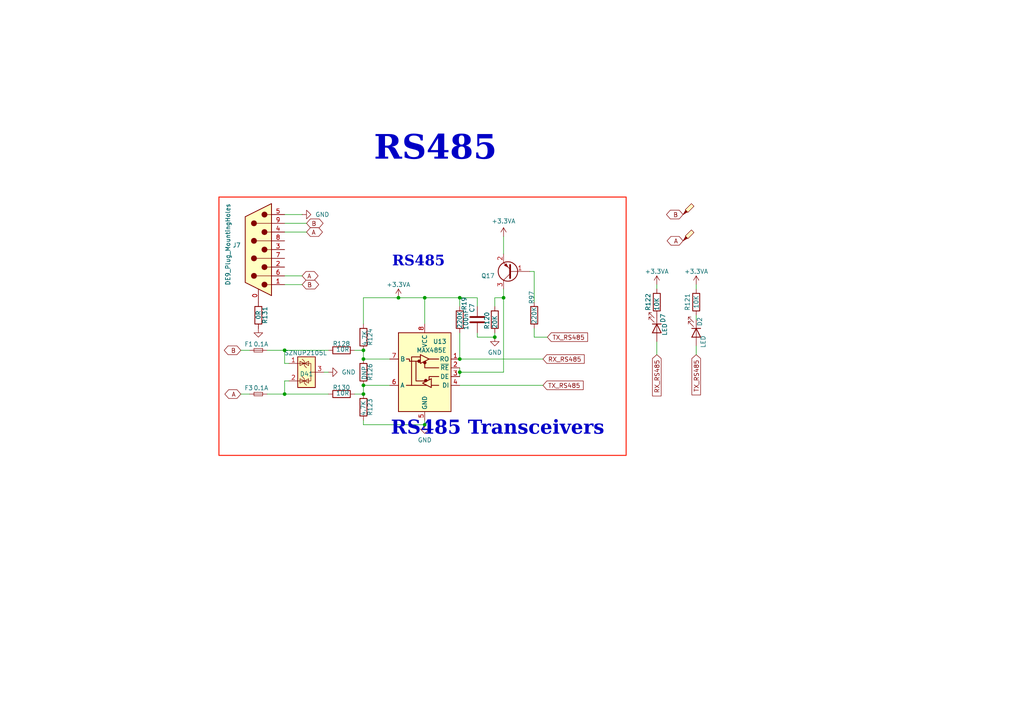
<source format=kicad_sch>
(kicad_sch (version 20231120) (generator "eeschema") (generator_version "8.0")
  (paper "A4")
  (lib_symbols
    (symbol "Connector:DE9_Plug_MountingHoles" (pin_names (offset 1.016) hide)
      (property "Reference" "J" (at 0 16.51 0))
      (property "Value" "DE9_Plug_MountingHoles" (at 0 14.605 0))
      (symbol "DE9_Plug_MountingHoles_0_1"
        (circle (center -1.778 -10.16) (radius 0.762) (fill (type outline)))
        (circle (center -1.778 -5.08) (radius 0.762) (fill (type outline)))
        (circle (center -1.778 0) (radius 0.762) (fill (type outline)))
        (circle (center -1.778 5.08) (radius 0.762) (fill (type outline)))
        (circle (center -1.778 10.16) (radius 0.762) (fill (type outline)))
        (polyline (pts (xy -3.81 -10.16) (xy -2.54 -10.16)))
        (polyline (pts (xy -3.81 -7.62) (xy 0.508 -7.62)))
        (polyline (pts (xy -3.81 -5.08) (xy -2.54 -5.08)))
        (polyline (pts (xy -3.81 -2.54) (xy 0.508 -2.54)))
        (polyline (pts (xy -3.81 0) (xy -2.54 0)))
        (polyline (pts (xy -3.81 2.54) (xy 0.508 2.54)))
        (polyline (pts (xy -3.81 5.08) (xy -2.54 5.08)))
        (polyline (pts (xy -3.81 7.62) (xy 0.508 7.62)))
        (polyline (pts (xy -3.81 10.16) (xy -2.54 10.16)))
        (polyline (pts (xy -3.81 -13.335) (xy -3.81 13.335) (xy 3.81 9.525) (xy 3.81 -9.525) (xy -3.81 -13.335)) (stroke (width 0.254)) (fill (type background)))
        (circle (center 1.27 -7.62) (radius 0.762) (fill (type outline)))
        (circle (center 1.27 -2.54) (radius 0.762) (fill (type outline)))
        (circle (center 1.27 2.54) (radius 0.762) (fill (type outline)))
        (circle (center 1.27 7.62) (radius 0.762) (fill (type outline)))
      )
      (symbol "DE9_Plug_MountingHoles_1_1"
        (pin passive line (at 0 -15.24 90) (length 3.81) (name "PAD") (number "0"))
        (pin passive line (at -7.62 -10.16 0) (length 3.81) (name "1") (number "1"))
        (pin passive line (at -7.62 -5.08 0) (length 3.81) (name "2") (number "2"))
        (pin passive line (at -7.62 0 0) (length 3.81) (name "3") (number "3"))
        (pin passive line (at -7.62 5.08 0) (length 3.81) (name "4") (number "4"))
        (pin passive line (at -7.62 10.16 0) (length 3.81) (name "5") (number "5"))
        (pin passive line (at -7.62 -7.62 0) (length 3.81) (name "6") (number "6"))
        (pin passive line (at -7.62 -2.54 0) (length 3.81) (name "7") (number "7"))
        (pin passive line (at -7.62 2.54 0) (length 3.81) (name "8") (number "8"))
        (pin passive line (at -7.62 7.62 0) (length 3.81) (name "9") (number "9"))
      )
    )
    (symbol "Connector:TestPoint_Probe" (pin_numbers hide) (pin_names (offset 0.762) hide)
      (property "Reference" "TP" (at 1.651 5.842 0))
      (property "Value" "TestPoint_Probe" (at 1.651 4.064 0))
      (symbol "TestPoint_Probe_0_1"
        (polyline (pts (xy 1.27 0.762) (xy 0 0) (xy 0.762 1.27) (xy 1.27 0.762)) (fill (type outline)))
        (polyline (pts (xy 1.397 0.635) (xy 0.635 1.397) (xy 2.413 3.175) (xy 3.175 2.413) (xy 1.397 0.635)) (fill (type background)))
      )
      (symbol "TestPoint_Probe_1_1"
        (pin passive line (at 0 0 90) (length 0) (name "1") (number "1"))
      )
    )
    (symbol "Device:C" (pin_numbers hide) (pin_names (offset 0.254))
      (property "Reference" "C" (at 0.635 2.54 0))
      (property "Value" "C" (at 0.635 -2.54 0))
      (symbol "C_0_1"
        (polyline (pts (xy -2.032 -0.762) (xy 2.032 -0.762)) (stroke (width 0.508)))
        (polyline (pts (xy -2.032 0.762) (xy 2.032 0.762)) (stroke (width 0.508)))
      )
      (symbol "C_1_1"
        (pin passive line (at 0 3.81 270) (length 2.794) (name "~") (number "1"))
        (pin passive line (at 0 -3.81 90) (length 2.794) (name "~") (number "2"))
      )
    )
    (symbol "Device:Fuse_Small" (pin_numbers hide) (pin_names (offset 0.254) hide)
      (property "Reference" "F" (at 0 -1.524 0))
      (property "Value" "Fuse_Small" (at 0 1.524 0))
      (symbol "Fuse_Small_0_1"
        (rectangle (start -1.27 0.508) (end 1.27 -0.508))
        (polyline (pts (xy -1.27 0) (xy 1.27 0)))
      )
      (symbol "Fuse_Small_1_1"
        (pin passive line (at -2.54 0 0) (length 1.27) (name "~") (number "1"))
        (pin passive line (at 2.54 0 180) (length 1.27) (name "~") (number "2"))
      )
    )
    (symbol "Device:LED" (pin_numbers hide) (pin_names (offset 1.016) hide)
      (property "Reference" "D" (at 0 2.54 0))
      (property "Value" "LED" (at 0 -2.54 0))
      (symbol "LED_0_1"
        (polyline (pts (xy -1.27 -1.27) (xy -1.27 1.27)) (stroke (width 0.254)))
        (polyline (pts (xy -1.27 0) (xy 1.27 0)))
        (polyline (pts (xy 1.27 -1.27) (xy 1.27 1.27) (xy -1.27 0) (xy 1.27 -1.27)) (stroke (width 0.254)))
        (polyline (pts (xy -3.048 -0.762) (xy -4.572 -2.286) (xy -3.81 -2.286) (xy -4.572 -2.286) (xy -4.572 -1.524)))
        (polyline (pts (xy -1.778 -0.762) (xy -3.302 -2.286) (xy -2.54 -2.286) (xy -3.302 -2.286) (xy -3.302 -1.524)))
      )
      (symbol "LED_1_1"
        (pin passive line (at -3.81 0 0) (length 2.54) (name "K") (number "1"))
        (pin passive line (at 3.81 0 180) (length 2.54) (name "A") (number "2"))
      )
    )
    (symbol "Device:Q_PNP_BEC" (pin_names (offset 0) hide)
      (property "Reference" "Q" (at 5.08 1.27 0))
      (property "Value" "Q_PNP_BEC" (at 5.08 -1.27 0))
      (symbol "Q_PNP_BEC_0_1"
        (polyline (pts (xy 0.635 0.635) (xy 2.54 2.54)))
        (polyline (pts (xy 0.635 -0.635) (xy 2.54 -2.54) (xy 2.54 -2.54)))
        (polyline (pts (xy 0.635 1.905) (xy 0.635 -1.905) (xy 0.635 -1.905)) (stroke (width 0.508)))
        (polyline (pts (xy 2.286 -1.778) (xy 1.778 -2.286) (xy 1.27 -1.27) (xy 2.286 -1.778) (xy 2.286 -1.778)) (fill (type outline)))
        (circle (center 1.27 0) (radius 2.8194) (stroke (width 0.254)))
      )
      (symbol "Q_PNP_BEC_1_1"
        (pin input line (at -5.08 0 0) (length 5.715) (name "B") (number "1"))
        (pin passive line (at 2.54 -5.08 90) (length 2.54) (name "E") (number "2"))
        (pin passive line (at 2.54 5.08 270) (length 2.54) (name "C") (number "3"))
      )
    )
    (symbol "Device:R" (pin_numbers hide) (pin_names (offset 0))
      (property "Reference" "R" (at 2.032 0 90))
      (property "Value" "R" (at 0 0 90))
      (symbol "R_0_1"
        (rectangle (start -1.016 -2.54) (end 1.016 2.54) (stroke (width 0.254)))
      )
      (symbol "R_1_1"
        (pin passive line (at 0 3.81 270) (length 1.27) (name "~") (number "1"))
        (pin passive line (at 0 -3.81 90) (length 1.27) (name "~") (number "2"))
      )
    )
    (symbol "Interface_UART:MAX485E"
      (property "Reference" "U" (at -6.096 11.43 0))
      (property "Value" "MAX485E" (at 0.762 11.43 0))
      (symbol "MAX485E_0_1"
        (rectangle (start -7.62 10.16) (end 7.62 -12.7) (stroke (width 0.254)) (fill (type background)))
        (circle (center -0.3048 -3.683) (radius 0.3556) (stroke (width 0.254)) (fill (type outline)))
        (circle (center -0.0254 1.4986) (radius 0.3556) (stroke (width 0.254)) (fill (type outline)))
        (polyline (pts (xy -4.064 -5.08) (xy -1.905 -5.08)) (stroke (width 0.254)))
        (polyline (pts (xy -4.064 2.54) (xy -1.27 2.54)) (stroke (width 0.254)))
        (polyline (pts (xy -1.27 -3.2004) (xy -1.27 -3.4544)) (stroke (width 0.254)))
        (polyline (pts (xy -0.635 -5.08) (xy 5.334 -5.08)) (stroke (width 0.254)))
        (polyline (pts (xy -4.064 -2.54) (xy -1.27 -2.54) (xy -1.27 -3.175)) (stroke (width 0.254)))
        (polyline (pts (xy 0 1.27) (xy 0 0) (xy -4.064 0)) (stroke (width 0.254)))
        (polyline (pts (xy 1.27 3.175) (xy 3.81 3.175) (xy 3.81 -5.08)) (stroke (width 0.254)))
        (polyline (pts (xy 2.54 1.905) (xy 2.54 -3.81) (xy 0 -3.81)) (stroke (width 0.254)))
        (polyline (pts (xy -1.905 -3.175) (xy -1.905 -5.715) (xy 0.635 -4.445) (xy -1.905 -3.175)) (stroke (width 0.254)))
        (polyline (pts (xy -1.27 2.54) (xy 1.27 3.81) (xy 1.27 1.27) (xy -1.27 2.54)) (stroke (width 0.254)))
        (polyline (pts (xy 1.905 1.905) (xy 4.445 1.905) (xy 4.445 2.54) (xy 5.334 2.54)) (stroke (width 0.254)))
        (rectangle (start 1.27 3.175) (end 1.27 3.175))
        (circle (center 1.651 1.905) (radius 0.3556) (stroke (width 0.254)) (fill (type outline)))
      )
      (symbol "MAX485E_1_1"
        (pin output line (at -10.16 2.54 0) (length 2.54) (name "RO") (number "1"))
        (pin input line (at -10.16 0 0) (length 2.54) (name "~{RE}") (number "2"))
        (pin input line (at -10.16 -2.54 0) (length 2.54) (name "DE") (number "3"))
        (pin input line (at -10.16 -5.08 0) (length 2.54) (name "DI") (number "4"))
        (pin power_in line (at 0 -15.24 90) (length 2.54) (name "GND") (number "5"))
        (pin bidirectional line (at 10.16 -5.08 180) (length 2.54) (name "A") (number "6"))
        (pin bidirectional line (at 10.16 2.54 180) (length 2.54) (name "B") (number "7"))
        (pin power_in line (at 0 12.7 270) (length 2.54) (name "VCC") (number "8"))
      )
    )
    (symbol "Power_Protection:SZNUP2105L" (pin_names hide)
      (property "Reference" "D" (at 5.715 2.54 0))
      (property "Value" "SZNUP2105L" (at 5.715 0.635 0))
      (symbol "SZNUP2105L_0_0"
        (pin passive line (at 0 -5.08 90) (length 2.54) (name "A") (number "3"))
      )
      (symbol "SZNUP2105L_0_1"
        (rectangle (start -4.445 2.54) (end 4.445 -2.54) (stroke (width 0.254)) (fill (type background)))
        (polyline (pts (xy -2.54 2.54) (xy -2.54 0.635)))
        (polyline (pts (xy 0 -1.27) (xy 0 -2.54)))
        (polyline (pts (xy 2.54 2.54) (xy 2.54 0.635)))
        (polyline (pts (xy -3.81 1.27) (xy -3.175 0.635) (xy -1.905 0.635) (xy -1.27 0)))
        (polyline (pts (xy -2.54 0.635) (xy -2.54 -1.27) (xy 2.54 -1.27) (xy 2.54 0.635)))
        (polyline (pts (xy -2.54 0.635) (xy -1.905 -0.635) (xy -3.175 -0.635) (xy -2.54 0.635)))
        (polyline (pts (xy 2.54 0.635) (xy 1.905 -0.635) (xy 3.175 -0.635) (xy 2.54 0.635)))
        (polyline (pts (xy 2.54 0.635) (xy 3.175 1.905) (xy 1.905 1.905) (xy 2.54 0.635)))
        (polyline (pts (xy -2.54 0.635) (xy -3.175 1.905) (xy -1.905 1.905) (xy -2.54 0.635) (xy -2.54 1.27)))
        (polyline (pts (xy 1.27 1.27) (xy 1.905 0.635) (xy 2.54 0.635) (xy 3.175 0.635) (xy 3.81 0)))
      )
      (symbol "SZNUP2105L_1_1"
        (pin passive line (at -2.54 5.08 270) (length 2.54) (name "K") (number "1"))
        (pin passive line (at 2.54 5.08 270) (length 2.54) (name "K") (number "2"))
      )
    )
    (symbol "power:+3.3VA" (power) (pin_names (offset 0))
      (property "Value" "+3.3VA" (at 0 3.556 0))
      (symbol "+3.3VA_0_1"
        (polyline (pts (xy -0.762 1.27) (xy 0 2.54)))
        (polyline (pts (xy 0 0) (xy 0 2.54)))
        (polyline (pts (xy 0 2.54) (xy 0.762 1.27)))
      )
      (symbol "+3.3VA_1_1"
        (pin power_in line (at 0 0 90) (length 0) hide (name "+3.3VA") (number "1"))
      )
    )
    (symbol "power:GND" (power) (pin_numbers hide) (pin_names (offset 0) hide)
      (property "Value" "GND" (at 0 -3.81 0))
      (symbol "GND_0_1"
        (polyline (pts (xy 0 0) (xy 0 -1.27) (xy 1.27 -1.27) (xy 0 -2.54) (xy -1.27 -1.27) (xy 0 -1.27)))
      )
      (symbol "GND_1_1"
        (pin power_in line (at 0 0 270) (length 0) (name "~") (number "1"))
      )
    )
  )
  (junction (at 146.05 86.36))
  (junction (at 123.19 86.36))
  (junction (at 123.19 123.19))
  (junction (at 105.41 111.76))
  (junction (at 133.35 104.14))
  (junction (at 143.51 97.79))
  (junction (at 82.55 101.6))
  (junction (at 105.41 114.3))
  (junction (at 105.41 101.6))
  (junction (at 115.57 86.36))
  (junction (at 133.35 86.36))
  (junction (at 105.41 104.14))
  (junction (at 133.35 107.95))
  (junction (at 82.55 114.3))
  (wire (pts (xy 201.93 92.71) (xy 201.93 91.44)))
  (wire (pts (xy 123.19 86.36) (xy 133.35 86.36)))
  (wire (pts (xy 146.05 107.95) (xy 146.05 86.36)))
  (wire (pts (xy 105.41 111.76) (xy 105.41 114.3)))
  (wire (pts (xy 133.35 106.68) (xy 133.35 107.95)))
  (wire (pts (xy 105.41 121.92) (xy 105.41 123.19)))
  (wire (pts (xy 138.43 86.36) (xy 133.35 86.36)))
  (wire (pts (xy 77.47 101.6) (xy 82.55 101.6)))
  (wire (pts (xy 87.63 62.23) (xy 82.55 62.23)))
  (wire (pts (xy 133.35 86.36) (xy 133.35 88.9)))
  (wire (pts (xy 113.03 111.76) (xy 105.41 111.76)))
  (wire (pts (xy 133.35 111.76) (xy 157.48 111.76)))
  (wire (pts (xy 115.57 86.36) (xy 123.19 86.36)))
  (wire (pts (xy 87.63 82.55) (xy 82.55 82.55)))
  (wire (pts (xy 153.67 78.74) (xy 154.94 78.74)))
  (wire (pts (xy 82.55 110.49) (xy 82.55 114.3)))
  (wire (pts (xy 105.41 123.19) (xy 123.19 123.19)))
  (wire (pts (xy 82.55 101.6) (xy 95.25 101.6)))
  (wire (pts (xy 143.51 86.36) (xy 146.05 86.36)))
  (wire (pts (xy 93.98 107.95) (xy 95.25 107.95)))
  (wire (pts (xy 82.55 105.41) (xy 82.55 101.6)))
  (wire (pts (xy 88.9 64.77) (xy 82.55 64.77)))
  (wire (pts (xy 69.85 114.3) (xy 72.39 114.3)))
  (wire (pts (xy 82.55 114.3) (xy 95.25 114.3)))
  (wire (pts (xy 77.47 114.3) (xy 82.55 114.3)))
  (wire (pts (xy 154.94 78.74) (xy 154.94 87.63)))
  (wire (pts (xy 102.87 114.3) (xy 105.41 114.3)))
  (wire (pts (xy 105.41 101.6) (xy 105.41 104.14)))
  (wire (pts (xy 83.82 110.49) (xy 82.55 110.49)))
  (wire (pts (xy 83.82 105.41) (xy 82.55 105.41)))
  (wire (pts (xy 138.43 96.52) (xy 138.43 97.79)))
  (wire (pts (xy 133.35 107.95) (xy 146.05 107.95)))
  (wire (pts (xy 82.55 80.01) (xy 87.63 80.01)))
  (wire (pts (xy 133.35 104.14) (xy 157.48 104.14)))
  (wire (pts (xy 201.93 102.87) (xy 201.93 100.33)))
  (wire (pts (xy 105.41 86.36) (xy 115.57 86.36)))
  (wire (pts (xy 105.41 86.36) (xy 105.41 93.98)))
  (wire (pts (xy 190.5 102.87) (xy 190.5 99.06)))
  (wire (pts (xy 138.43 97.79) (xy 143.51 97.79)))
  (wire (pts (xy 133.35 96.52) (xy 133.35 104.14)))
  (wire (pts (xy 102.87 101.6) (xy 105.41 101.6)))
  (wire (pts (xy 143.51 96.52) (xy 143.51 97.79)))
  (wire (pts (xy 154.94 97.79) (xy 154.94 95.25)))
  (wire (pts (xy 133.35 107.95) (xy 133.35 109.22)))
  (wire (pts (xy 143.51 86.36) (xy 143.51 88.9)))
  (wire (pts (xy 123.19 86.36) (xy 123.19 93.98)))
  (wire (pts (xy 113.03 104.14) (xy 105.41 104.14)))
  (wire (pts (xy 88.9 67.31) (xy 82.55 67.31)))
  (wire (pts (xy 138.43 88.9) (xy 138.43 86.36)))
  (wire (pts (xy 201.93 82.55) (xy 201.93 83.82)))
  (wire (pts (xy 146.05 68.58) (xy 146.05 73.66)))
  (wire (pts (xy 158.75 97.79) (xy 154.94 97.79)))
  (wire (pts (xy 190.5 82.55) (xy 190.5 83.82)))
  (wire (pts (xy 69.85 101.6) (xy 72.39 101.6)))
  (wire (pts (xy 146.05 83.82) (xy 146.05 86.36)))
  (wire (pts (xy 123.19 123.19) (xy 123.19 121.92)))
  (rectangle (start 63.5 57.15) (end 181.61 132.08) (stroke (width 0.3) (color 255 34 15 1)))
  (text "RS485 Transceivers" (at 175.26 127.762 0) (effects (font (size 4 4) (thickness 0.4) (bold yes)) (justify right bottom)))
  (text "RS485" (at 108.458 49.276 0) (effects (font (size 7 7) (thickness 0.3) (bold yes)) (justify left bottom)))
  (text "RS485" (at 129.032 78.486 0) (effects (font (size 3 3) (thickness 0.4) (bold yes)) (justify right bottom)))
  (global_label "B" (shape bidirectional) (at 198.12 62.23 180) (property "Intersheetrefs" "${INTERSHEET_REFS}" (effects (hide yes))))
  (global_label "B" (shape bidirectional) (at 87.63 82.55 0) (property "Intersheetrefs" "${INTERSHEET_REFS}" (effects (hide yes))))
  (global_label "TX_RS485" (shape input) (at 157.48 111.76 0) (property "Intersheetrefs" "${INTERSHEET_REFS}" (effects (hide yes))))
  (global_label "TX_RS485" (shape input) (at 201.93 102.87 270) (property "Intersheetrefs" "${INTERSHEET_REFS}" (effects (hide yes))))
  (global_label "A" (shape bidirectional) (at 69.85 114.3 180) (property "Intersheetrefs" "${INTERSHEET_REFS}" (effects (hide yes))))
  (global_label "TX_RS485" (shape input) (at 158.75 97.79 0) (property "Intersheetrefs" "${INTERSHEET_REFS}" (effects (hide yes))))
  (global_label "A" (shape bidirectional) (at 88.9 67.31 0) (property "Intersheetrefs" "${INTERSHEET_REFS}" (effects (hide yes))))
  (global_label "B" (shape bidirectional) (at 88.9 64.77 0) (property "Intersheetrefs" "${INTERSHEET_REFS}" (effects (hide yes))))
  (global_label "RX_RS485" (shape input) (at 157.48 104.14 0) (property "Intersheetrefs" "${INTERSHEET_REFS}" (effects (hide yes))))
  (global_label "A" (shape bidirectional) (at 87.63 80.01 0) (property "Intersheetrefs" "${INTERSHEET_REFS}" (effects (hide yes))))
  (global_label "A" (shape bidirectional) (at 198.12 69.85 180) (property "Intersheetrefs" "${INTERSHEET_REFS}" (effects (hide yes))))
  (global_label "RX_RS485" (shape input) (at 190.5 102.87 270) (property "Intersheetrefs" "${INTERSHEET_REFS}" (effects (hide yes))))
  (global_label "B" (shape bidirectional) (at 69.85 101.6 180) (property "Intersheetrefs" "${INTERSHEET_REFS}" (effects (hide yes))))
  (symbol (lib_id "Interface_UART:MAX485E") (at 123.19 106.68 0) (mirror y) (unit 1)
    (property "Reference" "U13" (at 129.54 99.06 0) (effects (justify left)))
    (property "Value" "MAX485E" (at 129.54 101.6 0) (effects (justify left)))
    (property "Footprint" "Package_SO:SOIC-8_3.9x4.9mm_P1.27mm" (effects (hide yes)))
    (property "Datasheet" "https://datasheets.maximintegrated.com/en/ds/MAX1487E-MAX491E.pdf" (effects (hide yes)))
    (property "Description" "Half duplex RS-485/RS-422, 2.5 Mbps, ±15kV electro-static discharge (ESD) protection, no slew-rate, no low-power shutdown, with receiver/driver enable, 32 receiver drive capability, DIP-8 and SOIC-8" (effects (hide yes)))
  )
  (symbol (lib_id "power:GND") (at 87.63 62.23 90) (mirror x) (unit 1)
    (property "Reference" "#PWR0127" (effects (hide yes)))
    (property "Value" "GND" (at 91.44 62.2299 90) (effects (justify right)))
    (property "Description" "Power symbol creates a global label with name \"GND\" , ground" (effects (hide yes)))
  )
  (symbol (lib_id "Device:R") (at 99.06 114.3 90) (mirror x) (unit 1)
    (property "Reference" "R130" (at 101.6 112.395 90) (effects (justify left)))
    (property "Value" "10R" (at 101.346 114.046 90) (effects (justify left)))
    (property "Footprint" "Resistor_SMD:R_0603_1608Metric" (effects (hide yes)))
    (property "Description" "Resistor" (effects (hide yes)))
  )
  (symbol (lib_id "Device:LED") (at 190.5 95.25 270) (unit 1)
    (property "Reference" "D7" (at 192.278 90.932 0) (effects (justify left)))
    (property "Value" "LED" (at 192.786 93.726 0) (effects (justify left)))
    (property "Footprint" "LED_SMD:LED_0603_1608Metric" (effects (hide yes)))
    (property "Description" "Light emitting diode" (effects (hide yes)))
  )
  (symbol (lib_id "power:+3.3VA") (at 146.05 68.58 0) (unit 1)
    (property "Reference" "#PWR0129" (effects (hide yes)))
    (property "Value" "+3.3VA" (at 146.05 64.135 0))
  )
  (symbol (lib_id "power:GND") (at 74.93 95.25 0) (mirror y) (unit 1)
    (property "Reference" "#PWR033" (effects (hide yes)))
    (property "Value" "GND" (effects (hide yes)))
    (property "Description" "Power symbol creates a global label with name \"GND\" , ground" (effects (hide yes)))
  )
  (symbol (lib_id "Device:LED") (at 201.93 96.52 270) (unit 1)
    (property "Reference" "D2" (at 202.946 91.948 0) (effects (justify left)))
    (property "Value" "LED" (at 203.962 97.282 0) (effects (justify left)))
    (property "Footprint" "LED_SMD:LED_0603_1608Metric" (effects (hide yes)))
    (property "Description" "Light emitting diode" (effects (hide yes)))
  )
  (symbol (lib_id "Device:R") (at 143.51 92.71 0) (mirror y) (unit 1)
    (property "Reference" "R120" (at 141.224 90.424 90) (effects (justify right)))
    (property "Value" "20K" (at 143.51 91.44 90) (effects (justify right)))
    (property "Footprint" "Resistor_SMD:R_0603_1608Metric" (effects (hide yes)))
    (property "Description" "Resistor" (effects (hide yes)))
  )
  (symbol (lib_id "power:+3.3VA") (at 201.93 82.55 0) (unit 1)
    (property "Reference" "#PWR0131" (effects (hide yes)))
    (property "Value" "+3.3VA" (at 201.93 78.74 0))
  )
  (symbol (lib_id "Device:R") (at 105.41 118.11 0) (mirror y) (unit 1)
    (property "Reference" "R123" (at 107.315 120.65 90) (effects (justify left)))
    (property "Value" "4.7K" (at 105.41 120.65 90) (effects (justify left)))
    (property "Footprint" "Resistor_SMD:R_0603_1608Metric" (effects (hide yes)))
    (property "Description" "Resistor" (effects (hide yes)))
  )
  (symbol (lib_id "Power_Protection:SZNUP2105L") (at 88.9 107.95 90) (mirror x) (unit 1)
    (property "Reference" "D41" (at 88.9 108.458 90))
    (property "Value" "SZNUP2105L" (at 88.646 102.362 90))
    (property "Footprint" "Package_TO_SOT_SMD:SOT-23" (effects (hide yes)))
    (property "Datasheet" "https://www.onsemi.com/pub_link/Collateral/NUP2105L-D.PDF" (effects (hide yes)))
    (property "Description" "Dual Line CAN Bus Protector, 24Vrwm, Automotive Grade" (effects (hide yes)))
  )
  (symbol (lib_id "Device:R") (at 154.94 91.44 0) (mirror y) (unit 1)
    (property "Reference" "R97" (at 154.178 84.328 90) (effects (justify right)))
    (property "Value" "220K" (at 154.94 88.9 90) (effects (justify right)))
    (property "Footprint" "Resistor_SMD:R_0603_1608Metric" (effects (hide yes)))
    (property "Description" "Resistor" (effects (hide yes)))
  )
  (symbol (lib_id "power:+3.3VA") (at 190.5 82.55 0) (unit 1)
    (property "Reference" "#PWR0130" (effects (hide yes)))
    (property "Value" "+3.3VA" (at 190.5 78.74 0))
  )
  (symbol (lib_id "Device:Fuse_Small") (at 74.93 114.3 0) (unit 1)
    (property "Reference" "F3" (at 72.136 112.522 0))
    (property "Value" "0.1A" (at 75.692 112.522 0))
    (property "Footprint" "Fuse:Fuse_1206_3216Metric" (effects (hide yes)))
    (property "Description" "Fuse, small symbol" (effects (hide yes)))
  )
  (symbol (lib_id "Connector:DE9_Plug_MountingHoles") (at 74.93 72.39 0) (mirror y) (unit 1)
    (property "Reference" "J7" (at 69.85 71.1199 0) (effects (justify left)))
    (property "Value" "DE9_Plug_MountingHoles" (at 66.106 82.804 90) (effects (justify left)))
    (property "Footprint" "Connector_Dsub:DSUB-9_Male_Horizontal_P2.77x2.84mm_EdgePinOffset4.94mm_Housed_MountingHolesOffset7.48mm" (effects (hide yes)))
    (property "Datasheet" " ~" (effects (hide yes)))
    (property "Description" "9-pin male plug pin D-SUB connector, Mounting Hole" (effects (hide yes)))
  )
  (symbol (lib_id "power:GND") (at 95.25 107.95 90) (mirror x) (unit 1)
    (property "Reference" "#PWR0126" (effects (hide yes)))
    (property "Value" "GND" (at 99.06 107.9499 90) (effects (justify right)))
    (property "Description" "Power symbol creates a global label with name \"GND\" , ground" (effects (hide yes)))
  )
  (symbol (lib_id "Connector:TestPoint_Probe") (at 198.12 69.85 0) (unit 1)
    (property "Reference" "TP18" (effects (hide yes)))
    (property "Value" "C5199900" (effects (hide yes)))
    (property "Footprint" "TestPoint:TestPoint_Loop_D1.80mm_Drill1.0mm_Beaded" (effects (hide yes)))
    (property "Description" "test point (alternative probe-style design)" (effects (hide yes)))
    (property "JLCPCB Part #" " C5277087" (effects (hide yes)))
  )
  (symbol (lib_id "Device:R") (at 201.93 87.63 0) (unit 1)
    (property "Reference" "R121" (at 199.39 90.17 90) (effects (justify left)))
    (property "Value" "10K" (at 201.93 89.535 90) (effects (justify left)))
    (property "Footprint" "Resistor_SMD:R_0603_1608Metric" (effects (hide yes)))
    (property "Description" "Resistor" (effects (hide yes)))
  )
  (symbol (lib_id "Device:R") (at 99.06 101.6 90) (mirror x) (unit 1)
    (property "Reference" "R128" (at 101.6 99.695 90) (effects (justify left)))
    (property "Value" "10R" (at 101.346 101.346 90) (effects (justify left)))
    (property "Footprint" "Resistor_SMD:R_0603_1608Metric" (effects (hide yes)))
    (property "Description" "Resistor" (effects (hide yes)))
  )
  (symbol (lib_id "power:GND") (at 143.51 97.79 0) (mirror y) (unit 1)
    (property "Reference" "#PWR0124" (effects (hide yes)))
    (property "Value" "GND" (at 143.51 102.235 0))
    (property "Description" "Power symbol creates a global label with name \"GND\" , ground" (effects (hide yes)))
  )
  (symbol (lib_id "Device:R") (at 74.93 91.44 0) (mirror y) (unit 1)
    (property "Reference" "R131" (at 76.835 93.98 90) (effects (justify left)))
    (property "Value" "0R" (at 74.93 92.71 90) (effects (justify left)))
    (property "Footprint" "Resistor_SMD:R_0603_1608Metric" (effects (hide yes)))
    (property "Description" "Resistor" (effects (hide yes)))
  )
  (symbol (lib_id "Device:Fuse_Small") (at 74.93 101.6 0) (unit 1)
    (property "Reference" "F1" (at 72.136 99.822 0))
    (property "Value" "0.1A" (at 75.692 99.822 0))
    (property "Footprint" "Fuse:Fuse_1206_3216Metric" (effects (hide yes)))
    (property "Description" "Fuse, small symbol" (effects (hide yes)))
  )
  (symbol (lib_id "Connector:TestPoint_Probe") (at 198.12 62.23 0) (unit 1)
    (property "Reference" "TP19" (effects (hide yes)))
    (property "Value" "C5199900" (effects (hide yes)))
    (property "Footprint" "TestPoint:TestPoint_Loop_D1.80mm_Drill1.0mm_Beaded" (effects (hide yes)))
    (property "Description" "test point (alternative probe-style design)" (effects (hide yes)))
    (property "JLCPCB Part #" " C5277087" (effects (hide yes)))
  )
  (symbol (lib_id "Device:Q_PNP_BEC") (at 148.59 78.74 180) (unit 1)
    (property "Reference" "Q17" (at 143.51 80.0101 0) (effects (justify left)))
    (property "Value" "Q_PNP_BEC" (effects (hide yes)))
    (property "Footprint" "Package_TO_SOT_SMD:SOT-23" (effects (hide yes)))
    (property "Description" "PNP transistor, base/emitter/collector" (effects (hide yes)))
  )
  (symbol (lib_id "Device:R") (at 105.41 97.79 0) (mirror y) (unit 1)
    (property "Reference" "R124" (at 107.315 100.33 90) (effects (justify left)))
    (property "Value" "4.7K" (at 105.791 100.33 90) (effects (justify left)))
    (property "Footprint" "Resistor_SMD:R_0603_1608Metric" (effects (hide yes)))
    (property "Description" "Resistor" (effects (hide yes)))
  )
  (symbol (lib_id "Device:R") (at 190.5 87.63 0) (unit 1)
    (property "Reference" "R122" (at 187.96 90.17 90) (effects (justify left)))
    (property "Value" "10K" (at 190.5 90.17 90) (effects (justify left)))
    (property "Footprint" "Resistor_SMD:R_0603_1608Metric" (effects (hide yes)))
    (property "Description" "Resistor" (effects (hide yes)))
  )
  (symbol (lib_id "Device:R") (at 105.41 107.95 0) (mirror y) (unit 1)
    (property "Reference" "R126" (at 107.315 110.49 90) (effects (justify left)))
    (property "Value" "DNP" (at 105.664 110.236 90) (effects (justify left)))
    (property "Footprint" "Resistor_SMD:R_0603_1608Metric" (effects (hide yes)))
    (property "Description" "Resistor" (effects (hide yes)))
  )
  (symbol (lib_id "power:+3.3VA") (at 115.57 86.36 0) (unit 1)
    (property "Reference" "#PWR0141" (effects (hide yes)))
    (property "Value" "+3.3VA" (at 115.57 82.55 0))
  )
  (symbol (lib_id "power:GND") (at 123.19 123.19 0) (mirror y) (unit 1)
    (property "Reference" "#PWR0146" (effects (hide yes)))
    (property "Value" "GND" (at 123.19 127.635 0))
    (property "Description" "Power symbol creates a global label with name \"GND\" , ground" (effects (hide yes)))
  )
  (symbol (lib_id "Device:R") (at 133.35 92.71 0) (mirror y) (unit 1)
    (property "Reference" "R19" (at 134.62 86.106 90) (effects (justify right)))
    (property "Value" "220K" (at 133.35 90.17 90) (effects (justify right)))
    (property "Footprint" "Resistor_SMD:R_0603_1608Metric" (effects (hide yes)))
    (property "Description" "Resistor" (effects (hide yes)))
  )
  (symbol (lib_id "Device:C") (at 138.43 92.71 0) (unit 1)
    (property "Reference" "C7" (at 136.906 90.678 90) (effects (justify left)))
    (property "Value" "100nF" (at 135.128 95.758 90) (effects (justify left)))
    (property "Footprint" "Capacitor_SMD:C_0603_1608Metric" (effects (hide yes)))
    (property "Description" "Unpolarized capacitor" (effects (hide yes)))
  )
)
</source>
